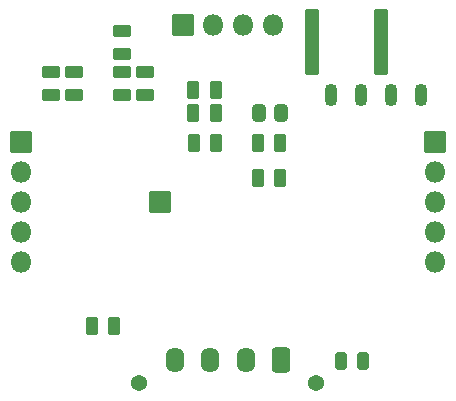
<source format=gbr>
G04 #@! TF.GenerationSoftware,KiCad,Pcbnew,(6.0.7)*
G04 #@! TF.CreationDate,2022-11-19T14:13:10-06:00*
G04 #@! TF.ProjectId,BPS-Amperes,4250532d-416d-4706-9572-65732e6b6963,rev?*
G04 #@! TF.SameCoordinates,Original*
G04 #@! TF.FileFunction,Soldermask,Bot*
G04 #@! TF.FilePolarity,Negative*
%FSLAX46Y46*%
G04 Gerber Fmt 4.6, Leading zero omitted, Abs format (unit mm)*
G04 Created by KiCad (PCBNEW (6.0.7)) date 2022-11-19 14:13:10*
%MOMM*%
%LPD*%
G01*
G04 APERTURE LIST*
G04 Aperture macros list*
%AMRoundRect*
0 Rectangle with rounded corners*
0 $1 Rounding radius*
0 $2 $3 $4 $5 $6 $7 $8 $9 X,Y pos of 4 corners*
0 Add a 4 corners polygon primitive as box body*
4,1,4,$2,$3,$4,$5,$6,$7,$8,$9,$2,$3,0*
0 Add four circle primitives for the rounded corners*
1,1,$1+$1,$2,$3*
1,1,$1+$1,$4,$5*
1,1,$1+$1,$6,$7*
1,1,$1+$1,$8,$9*
0 Add four rect primitives between the rounded corners*
20,1,$1+$1,$2,$3,$4,$5,0*
20,1,$1+$1,$4,$5,$6,$7,0*
20,1,$1+$1,$6,$7,$8,$9,0*
20,1,$1+$1,$8,$9,$2,$3,0*%
G04 Aperture macros list end*
%ADD10C,1.370000*%
%ADD11RoundRect,0.300001X0.499999X0.759999X-0.499999X0.759999X-0.499999X-0.759999X0.499999X-0.759999X0*%
%ADD12O,1.600000X2.120000*%
%ADD13O,1.100000X1.900000*%
%ADD14RoundRect,0.050000X0.850000X-0.850000X0.850000X0.850000X-0.850000X0.850000X-0.850000X-0.850000X0*%
%ADD15O,1.800000X1.800000*%
%ADD16RoundRect,0.050000X-0.850000X-0.850000X0.850000X-0.850000X0.850000X0.850000X-0.850000X0.850000X0*%
%ADD17RoundRect,0.300000X0.250000X0.475000X-0.250000X0.475000X-0.250000X-0.475000X0.250000X-0.475000X0*%
%ADD18RoundRect,0.050000X0.508000X2.705100X-0.508000X2.705100X-0.508000X-2.705100X0.508000X-2.705100X0*%
%ADD19RoundRect,0.300000X-0.262500X-0.450000X0.262500X-0.450000X0.262500X0.450000X-0.262500X0.450000X0*%
%ADD20RoundRect,0.300000X0.475000X-0.250000X0.475000X0.250000X-0.475000X0.250000X-0.475000X-0.250000X0*%
%ADD21RoundRect,0.293750X0.243750X0.456250X-0.243750X0.456250X-0.243750X-0.456250X0.243750X-0.456250X0*%
%ADD22RoundRect,0.300000X-0.250000X-0.475000X0.250000X-0.475000X0.250000X0.475000X-0.250000X0.475000X0*%
%ADD23RoundRect,0.050000X0.850000X0.850000X-0.850000X0.850000X-0.850000X-0.850000X0.850000X-0.850000X0*%
%ADD24RoundRect,0.300000X-0.475000X0.250000X-0.475000X-0.250000X0.475000X-0.250000X0.475000X0.250000X0*%
G04 APERTURE END LIST*
D10*
X142500000Y-127875000D03*
X127500000Y-127875000D03*
D11*
X139500000Y-125915000D03*
D12*
X136500000Y-125915000D03*
X133500000Y-125915000D03*
X130500000Y-125915000D03*
D13*
X143690000Y-103500000D03*
X146230000Y-103500000D03*
X148770000Y-103500000D03*
X151310000Y-103500000D03*
D14*
X131200000Y-97500000D03*
D15*
X133740000Y-97500000D03*
X136280000Y-97500000D03*
X138820000Y-97500000D03*
D16*
X129250000Y-112500000D03*
D17*
X133975000Y-105000000D03*
X132075000Y-105000000D03*
X139450000Y-107500000D03*
X137550000Y-107500000D03*
D18*
X147921000Y-99000000D03*
X142079000Y-99000000D03*
D19*
X137675000Y-105000000D03*
X139500000Y-105000000D03*
D20*
X126000000Y-103450000D03*
X126000000Y-101550000D03*
D17*
X139450000Y-110500000D03*
X137550000Y-110500000D03*
D21*
X146437500Y-126000000D03*
X144562500Y-126000000D03*
D22*
X123482500Y-123000000D03*
X125382500Y-123000000D03*
D17*
X134025000Y-107500000D03*
X132125000Y-107500000D03*
X133975000Y-103000000D03*
X132075000Y-103000000D03*
D23*
X117525000Y-107420000D03*
D15*
X117525000Y-109960000D03*
X117525000Y-112500000D03*
X117525000Y-115040000D03*
X117525000Y-117580000D03*
D20*
X128000000Y-103450000D03*
X128000000Y-101550000D03*
X120000000Y-103450000D03*
X120000000Y-101550000D03*
D24*
X126000000Y-98050000D03*
X126000000Y-99950000D03*
D23*
X152500000Y-107425000D03*
D15*
X152500000Y-109965000D03*
X152500000Y-112505000D03*
X152500000Y-115045000D03*
X152500000Y-117585000D03*
D20*
X122000000Y-103450000D03*
X122000000Y-101550000D03*
M02*

</source>
